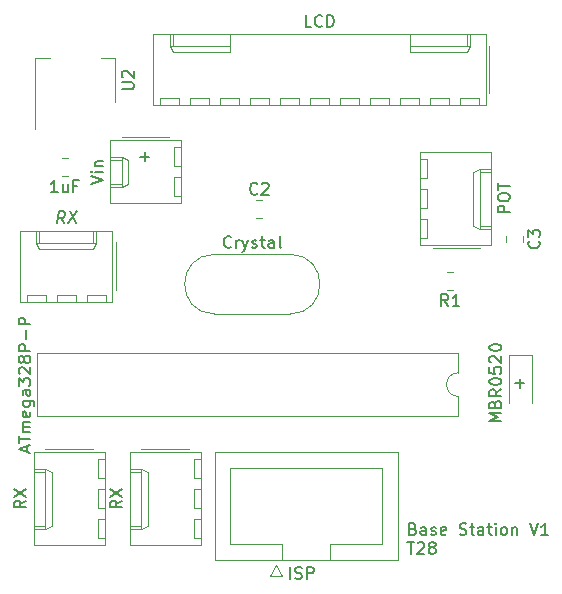
<source format=gbr>
%TF.GenerationSoftware,KiCad,Pcbnew,7.0.7*%
%TF.CreationDate,2023-10-31T12:47:44-05:00*%
%TF.ProjectId,445_project,3434355f-7072-46f6-9a65-63742e6b6963,rev?*%
%TF.SameCoordinates,Original*%
%TF.FileFunction,Legend,Top*%
%TF.FilePolarity,Positive*%
%FSLAX46Y46*%
G04 Gerber Fmt 4.6, Leading zero omitted, Abs format (unit mm)*
G04 Created by KiCad (PCBNEW 7.0.7) date 2023-10-31 12:47:44*
%MOMM*%
%LPD*%
G01*
G04 APERTURE LIST*
%ADD10C,0.150000*%
%ADD11C,0.120000*%
G04 APERTURE END LIST*
D10*
X87030112Y-139468009D02*
X87172969Y-139515628D01*
X87172969Y-139515628D02*
X87220588Y-139563247D01*
X87220588Y-139563247D02*
X87268207Y-139658485D01*
X87268207Y-139658485D02*
X87268207Y-139801342D01*
X87268207Y-139801342D02*
X87220588Y-139896580D01*
X87220588Y-139896580D02*
X87172969Y-139944200D01*
X87172969Y-139944200D02*
X87077731Y-139991819D01*
X87077731Y-139991819D02*
X86696779Y-139991819D01*
X86696779Y-139991819D02*
X86696779Y-138991819D01*
X86696779Y-138991819D02*
X87030112Y-138991819D01*
X87030112Y-138991819D02*
X87125350Y-139039438D01*
X87125350Y-139039438D02*
X87172969Y-139087057D01*
X87172969Y-139087057D02*
X87220588Y-139182295D01*
X87220588Y-139182295D02*
X87220588Y-139277533D01*
X87220588Y-139277533D02*
X87172969Y-139372771D01*
X87172969Y-139372771D02*
X87125350Y-139420390D01*
X87125350Y-139420390D02*
X87030112Y-139468009D01*
X87030112Y-139468009D02*
X86696779Y-139468009D01*
X88125350Y-139991819D02*
X88125350Y-139468009D01*
X88125350Y-139468009D02*
X88077731Y-139372771D01*
X88077731Y-139372771D02*
X87982493Y-139325152D01*
X87982493Y-139325152D02*
X87792017Y-139325152D01*
X87792017Y-139325152D02*
X87696779Y-139372771D01*
X88125350Y-139944200D02*
X88030112Y-139991819D01*
X88030112Y-139991819D02*
X87792017Y-139991819D01*
X87792017Y-139991819D02*
X87696779Y-139944200D01*
X87696779Y-139944200D02*
X87649160Y-139848961D01*
X87649160Y-139848961D02*
X87649160Y-139753723D01*
X87649160Y-139753723D02*
X87696779Y-139658485D01*
X87696779Y-139658485D02*
X87792017Y-139610866D01*
X87792017Y-139610866D02*
X88030112Y-139610866D01*
X88030112Y-139610866D02*
X88125350Y-139563247D01*
X88553922Y-139944200D02*
X88649160Y-139991819D01*
X88649160Y-139991819D02*
X88839636Y-139991819D01*
X88839636Y-139991819D02*
X88934874Y-139944200D01*
X88934874Y-139944200D02*
X88982493Y-139848961D01*
X88982493Y-139848961D02*
X88982493Y-139801342D01*
X88982493Y-139801342D02*
X88934874Y-139706104D01*
X88934874Y-139706104D02*
X88839636Y-139658485D01*
X88839636Y-139658485D02*
X88696779Y-139658485D01*
X88696779Y-139658485D02*
X88601541Y-139610866D01*
X88601541Y-139610866D02*
X88553922Y-139515628D01*
X88553922Y-139515628D02*
X88553922Y-139468009D01*
X88553922Y-139468009D02*
X88601541Y-139372771D01*
X88601541Y-139372771D02*
X88696779Y-139325152D01*
X88696779Y-139325152D02*
X88839636Y-139325152D01*
X88839636Y-139325152D02*
X88934874Y-139372771D01*
X89792017Y-139944200D02*
X89696779Y-139991819D01*
X89696779Y-139991819D02*
X89506303Y-139991819D01*
X89506303Y-139991819D02*
X89411065Y-139944200D01*
X89411065Y-139944200D02*
X89363446Y-139848961D01*
X89363446Y-139848961D02*
X89363446Y-139468009D01*
X89363446Y-139468009D02*
X89411065Y-139372771D01*
X89411065Y-139372771D02*
X89506303Y-139325152D01*
X89506303Y-139325152D02*
X89696779Y-139325152D01*
X89696779Y-139325152D02*
X89792017Y-139372771D01*
X89792017Y-139372771D02*
X89839636Y-139468009D01*
X89839636Y-139468009D02*
X89839636Y-139563247D01*
X89839636Y-139563247D02*
X89363446Y-139658485D01*
X90982494Y-139944200D02*
X91125351Y-139991819D01*
X91125351Y-139991819D02*
X91363446Y-139991819D01*
X91363446Y-139991819D02*
X91458684Y-139944200D01*
X91458684Y-139944200D02*
X91506303Y-139896580D01*
X91506303Y-139896580D02*
X91553922Y-139801342D01*
X91553922Y-139801342D02*
X91553922Y-139706104D01*
X91553922Y-139706104D02*
X91506303Y-139610866D01*
X91506303Y-139610866D02*
X91458684Y-139563247D01*
X91458684Y-139563247D02*
X91363446Y-139515628D01*
X91363446Y-139515628D02*
X91172970Y-139468009D01*
X91172970Y-139468009D02*
X91077732Y-139420390D01*
X91077732Y-139420390D02*
X91030113Y-139372771D01*
X91030113Y-139372771D02*
X90982494Y-139277533D01*
X90982494Y-139277533D02*
X90982494Y-139182295D01*
X90982494Y-139182295D02*
X91030113Y-139087057D01*
X91030113Y-139087057D02*
X91077732Y-139039438D01*
X91077732Y-139039438D02*
X91172970Y-138991819D01*
X91172970Y-138991819D02*
X91411065Y-138991819D01*
X91411065Y-138991819D02*
X91553922Y-139039438D01*
X91839637Y-139325152D02*
X92220589Y-139325152D01*
X91982494Y-138991819D02*
X91982494Y-139848961D01*
X91982494Y-139848961D02*
X92030113Y-139944200D01*
X92030113Y-139944200D02*
X92125351Y-139991819D01*
X92125351Y-139991819D02*
X92220589Y-139991819D01*
X92982494Y-139991819D02*
X92982494Y-139468009D01*
X92982494Y-139468009D02*
X92934875Y-139372771D01*
X92934875Y-139372771D02*
X92839637Y-139325152D01*
X92839637Y-139325152D02*
X92649161Y-139325152D01*
X92649161Y-139325152D02*
X92553923Y-139372771D01*
X92982494Y-139944200D02*
X92887256Y-139991819D01*
X92887256Y-139991819D02*
X92649161Y-139991819D01*
X92649161Y-139991819D02*
X92553923Y-139944200D01*
X92553923Y-139944200D02*
X92506304Y-139848961D01*
X92506304Y-139848961D02*
X92506304Y-139753723D01*
X92506304Y-139753723D02*
X92553923Y-139658485D01*
X92553923Y-139658485D02*
X92649161Y-139610866D01*
X92649161Y-139610866D02*
X92887256Y-139610866D01*
X92887256Y-139610866D02*
X92982494Y-139563247D01*
X93315828Y-139325152D02*
X93696780Y-139325152D01*
X93458685Y-138991819D02*
X93458685Y-139848961D01*
X93458685Y-139848961D02*
X93506304Y-139944200D01*
X93506304Y-139944200D02*
X93601542Y-139991819D01*
X93601542Y-139991819D02*
X93696780Y-139991819D01*
X94030114Y-139991819D02*
X94030114Y-139325152D01*
X94030114Y-138991819D02*
X93982495Y-139039438D01*
X93982495Y-139039438D02*
X94030114Y-139087057D01*
X94030114Y-139087057D02*
X94077733Y-139039438D01*
X94077733Y-139039438D02*
X94030114Y-138991819D01*
X94030114Y-138991819D02*
X94030114Y-139087057D01*
X94649161Y-139991819D02*
X94553923Y-139944200D01*
X94553923Y-139944200D02*
X94506304Y-139896580D01*
X94506304Y-139896580D02*
X94458685Y-139801342D01*
X94458685Y-139801342D02*
X94458685Y-139515628D01*
X94458685Y-139515628D02*
X94506304Y-139420390D01*
X94506304Y-139420390D02*
X94553923Y-139372771D01*
X94553923Y-139372771D02*
X94649161Y-139325152D01*
X94649161Y-139325152D02*
X94792018Y-139325152D01*
X94792018Y-139325152D02*
X94887256Y-139372771D01*
X94887256Y-139372771D02*
X94934875Y-139420390D01*
X94934875Y-139420390D02*
X94982494Y-139515628D01*
X94982494Y-139515628D02*
X94982494Y-139801342D01*
X94982494Y-139801342D02*
X94934875Y-139896580D01*
X94934875Y-139896580D02*
X94887256Y-139944200D01*
X94887256Y-139944200D02*
X94792018Y-139991819D01*
X94792018Y-139991819D02*
X94649161Y-139991819D01*
X95411066Y-139325152D02*
X95411066Y-139991819D01*
X95411066Y-139420390D02*
X95458685Y-139372771D01*
X95458685Y-139372771D02*
X95553923Y-139325152D01*
X95553923Y-139325152D02*
X95696780Y-139325152D01*
X95696780Y-139325152D02*
X95792018Y-139372771D01*
X95792018Y-139372771D02*
X95839637Y-139468009D01*
X95839637Y-139468009D02*
X95839637Y-139991819D01*
X96934876Y-138991819D02*
X97268209Y-139991819D01*
X97268209Y-139991819D02*
X97601542Y-138991819D01*
X98458685Y-139991819D02*
X97887257Y-139991819D01*
X98172971Y-139991819D02*
X98172971Y-138991819D01*
X98172971Y-138991819D02*
X98077733Y-139134676D01*
X98077733Y-139134676D02*
X97982495Y-139229914D01*
X97982495Y-139229914D02*
X97887257Y-139277533D01*
X86553922Y-140601819D02*
X87125350Y-140601819D01*
X86839636Y-141601819D02*
X86839636Y-140601819D01*
X87411065Y-140697057D02*
X87458684Y-140649438D01*
X87458684Y-140649438D02*
X87553922Y-140601819D01*
X87553922Y-140601819D02*
X87792017Y-140601819D01*
X87792017Y-140601819D02*
X87887255Y-140649438D01*
X87887255Y-140649438D02*
X87934874Y-140697057D01*
X87934874Y-140697057D02*
X87982493Y-140792295D01*
X87982493Y-140792295D02*
X87982493Y-140887533D01*
X87982493Y-140887533D02*
X87934874Y-141030390D01*
X87934874Y-141030390D02*
X87363446Y-141601819D01*
X87363446Y-141601819D02*
X87982493Y-141601819D01*
X88553922Y-141030390D02*
X88458684Y-140982771D01*
X88458684Y-140982771D02*
X88411065Y-140935152D01*
X88411065Y-140935152D02*
X88363446Y-140839914D01*
X88363446Y-140839914D02*
X88363446Y-140792295D01*
X88363446Y-140792295D02*
X88411065Y-140697057D01*
X88411065Y-140697057D02*
X88458684Y-140649438D01*
X88458684Y-140649438D02*
X88553922Y-140601819D01*
X88553922Y-140601819D02*
X88744398Y-140601819D01*
X88744398Y-140601819D02*
X88839636Y-140649438D01*
X88839636Y-140649438D02*
X88887255Y-140697057D01*
X88887255Y-140697057D02*
X88934874Y-140792295D01*
X88934874Y-140792295D02*
X88934874Y-140839914D01*
X88934874Y-140839914D02*
X88887255Y-140935152D01*
X88887255Y-140935152D02*
X88839636Y-140982771D01*
X88839636Y-140982771D02*
X88744398Y-141030390D01*
X88744398Y-141030390D02*
X88553922Y-141030390D01*
X88553922Y-141030390D02*
X88458684Y-141078009D01*
X88458684Y-141078009D02*
X88411065Y-141125628D01*
X88411065Y-141125628D02*
X88363446Y-141220866D01*
X88363446Y-141220866D02*
X88363446Y-141411342D01*
X88363446Y-141411342D02*
X88411065Y-141506580D01*
X88411065Y-141506580D02*
X88458684Y-141554200D01*
X88458684Y-141554200D02*
X88553922Y-141601819D01*
X88553922Y-141601819D02*
X88744398Y-141601819D01*
X88744398Y-141601819D02*
X88839636Y-141554200D01*
X88839636Y-141554200D02*
X88887255Y-141506580D01*
X88887255Y-141506580D02*
X88934874Y-141411342D01*
X88934874Y-141411342D02*
X88934874Y-141220866D01*
X88934874Y-141220866D02*
X88887255Y-141125628D01*
X88887255Y-141125628D02*
X88839636Y-141078009D01*
X88839636Y-141078009D02*
X88744398Y-141030390D01*
X59763819Y-110243808D02*
X60763819Y-109910475D01*
X60763819Y-109910475D02*
X59763819Y-109577142D01*
X60763819Y-109243808D02*
X60097152Y-109243808D01*
X59763819Y-109243808D02*
X59811438Y-109291427D01*
X59811438Y-109291427D02*
X59859057Y-109243808D01*
X59859057Y-109243808D02*
X59811438Y-109196189D01*
X59811438Y-109196189D02*
X59763819Y-109243808D01*
X59763819Y-109243808D02*
X59859057Y-109243808D01*
X60097152Y-108767618D02*
X60763819Y-108767618D01*
X60192390Y-108767618D02*
X60144771Y-108719999D01*
X60144771Y-108719999D02*
X60097152Y-108624761D01*
X60097152Y-108624761D02*
X60097152Y-108481904D01*
X60097152Y-108481904D02*
X60144771Y-108386666D01*
X60144771Y-108386666D02*
X60240009Y-108339047D01*
X60240009Y-108339047D02*
X60763819Y-108339047D01*
X64315133Y-107569048D02*
X64315133Y-108330953D01*
X63934180Y-107950000D02*
X64696085Y-107950000D01*
X64315133Y-107569048D02*
X64315133Y-108330953D01*
X95212819Y-112672666D02*
X94212819Y-112672666D01*
X94212819Y-112672666D02*
X94212819Y-112291714D01*
X94212819Y-112291714D02*
X94260438Y-112196476D01*
X94260438Y-112196476D02*
X94308057Y-112148857D01*
X94308057Y-112148857D02*
X94403295Y-112101238D01*
X94403295Y-112101238D02*
X94546152Y-112101238D01*
X94546152Y-112101238D02*
X94641390Y-112148857D01*
X94641390Y-112148857D02*
X94689009Y-112196476D01*
X94689009Y-112196476D02*
X94736628Y-112291714D01*
X94736628Y-112291714D02*
X94736628Y-112672666D01*
X94212819Y-111482190D02*
X94212819Y-111291714D01*
X94212819Y-111291714D02*
X94260438Y-111196476D01*
X94260438Y-111196476D02*
X94355676Y-111101238D01*
X94355676Y-111101238D02*
X94546152Y-111053619D01*
X94546152Y-111053619D02*
X94879485Y-111053619D01*
X94879485Y-111053619D02*
X95069961Y-111101238D01*
X95069961Y-111101238D02*
X95165200Y-111196476D01*
X95165200Y-111196476D02*
X95212819Y-111291714D01*
X95212819Y-111291714D02*
X95212819Y-111482190D01*
X95212819Y-111482190D02*
X95165200Y-111577428D01*
X95165200Y-111577428D02*
X95069961Y-111672666D01*
X95069961Y-111672666D02*
X94879485Y-111720285D01*
X94879485Y-111720285D02*
X94546152Y-111720285D01*
X94546152Y-111720285D02*
X94355676Y-111672666D01*
X94355676Y-111672666D02*
X94260438Y-111577428D01*
X94260438Y-111577428D02*
X94212819Y-111482190D01*
X94212819Y-110767904D02*
X94212819Y-110196476D01*
X95212819Y-110482190D02*
X94212819Y-110482190D01*
X97670580Y-115101666D02*
X97718200Y-115149285D01*
X97718200Y-115149285D02*
X97765819Y-115292142D01*
X97765819Y-115292142D02*
X97765819Y-115387380D01*
X97765819Y-115387380D02*
X97718200Y-115530237D01*
X97718200Y-115530237D02*
X97622961Y-115625475D01*
X97622961Y-115625475D02*
X97527723Y-115673094D01*
X97527723Y-115673094D02*
X97337247Y-115720713D01*
X97337247Y-115720713D02*
X97194390Y-115720713D01*
X97194390Y-115720713D02*
X97003914Y-115673094D01*
X97003914Y-115673094D02*
X96908676Y-115625475D01*
X96908676Y-115625475D02*
X96813438Y-115530237D01*
X96813438Y-115530237D02*
X96765819Y-115387380D01*
X96765819Y-115387380D02*
X96765819Y-115292142D01*
X96765819Y-115292142D02*
X96813438Y-115149285D01*
X96813438Y-115149285D02*
X96861057Y-115101666D01*
X96765819Y-114768332D02*
X96765819Y-114149285D01*
X96765819Y-114149285D02*
X97146771Y-114482618D01*
X97146771Y-114482618D02*
X97146771Y-114339761D01*
X97146771Y-114339761D02*
X97194390Y-114244523D01*
X97194390Y-114244523D02*
X97242009Y-114196904D01*
X97242009Y-114196904D02*
X97337247Y-114149285D01*
X97337247Y-114149285D02*
X97575342Y-114149285D01*
X97575342Y-114149285D02*
X97670580Y-114196904D01*
X97670580Y-114196904D02*
X97718200Y-114244523D01*
X97718200Y-114244523D02*
X97765819Y-114339761D01*
X97765819Y-114339761D02*
X97765819Y-114625475D01*
X97765819Y-114625475D02*
X97718200Y-114720713D01*
X97718200Y-114720713D02*
X97670580Y-114768332D01*
X62374819Y-102234904D02*
X63184342Y-102234904D01*
X63184342Y-102234904D02*
X63279580Y-102187285D01*
X63279580Y-102187285D02*
X63327200Y-102139666D01*
X63327200Y-102139666D02*
X63374819Y-102044428D01*
X63374819Y-102044428D02*
X63374819Y-101853952D01*
X63374819Y-101853952D02*
X63327200Y-101758714D01*
X63327200Y-101758714D02*
X63279580Y-101711095D01*
X63279580Y-101711095D02*
X63184342Y-101663476D01*
X63184342Y-101663476D02*
X62374819Y-101663476D01*
X62470057Y-101234904D02*
X62422438Y-101187285D01*
X62422438Y-101187285D02*
X62374819Y-101092047D01*
X62374819Y-101092047D02*
X62374819Y-100853952D01*
X62374819Y-100853952D02*
X62422438Y-100758714D01*
X62422438Y-100758714D02*
X62470057Y-100711095D01*
X62470057Y-100711095D02*
X62565295Y-100663476D01*
X62565295Y-100663476D02*
X62660533Y-100663476D01*
X62660533Y-100663476D02*
X62803390Y-100711095D01*
X62803390Y-100711095D02*
X63374819Y-101282523D01*
X63374819Y-101282523D02*
X63374819Y-100663476D01*
X54354104Y-132920666D02*
X54354104Y-132444476D01*
X54639819Y-133015904D02*
X53639819Y-132682571D01*
X53639819Y-132682571D02*
X54639819Y-132349238D01*
X53639819Y-132158761D02*
X53639819Y-131587333D01*
X54639819Y-131873047D02*
X53639819Y-131873047D01*
X54639819Y-131253999D02*
X53973152Y-131253999D01*
X54068390Y-131253999D02*
X54020771Y-131206380D01*
X54020771Y-131206380D02*
X53973152Y-131111142D01*
X53973152Y-131111142D02*
X53973152Y-130968285D01*
X53973152Y-130968285D02*
X54020771Y-130873047D01*
X54020771Y-130873047D02*
X54116009Y-130825428D01*
X54116009Y-130825428D02*
X54639819Y-130825428D01*
X54116009Y-130825428D02*
X54020771Y-130777809D01*
X54020771Y-130777809D02*
X53973152Y-130682571D01*
X53973152Y-130682571D02*
X53973152Y-130539714D01*
X53973152Y-130539714D02*
X54020771Y-130444475D01*
X54020771Y-130444475D02*
X54116009Y-130396856D01*
X54116009Y-130396856D02*
X54639819Y-130396856D01*
X54592200Y-129539714D02*
X54639819Y-129634952D01*
X54639819Y-129634952D02*
X54639819Y-129825428D01*
X54639819Y-129825428D02*
X54592200Y-129920666D01*
X54592200Y-129920666D02*
X54496961Y-129968285D01*
X54496961Y-129968285D02*
X54116009Y-129968285D01*
X54116009Y-129968285D02*
X54020771Y-129920666D01*
X54020771Y-129920666D02*
X53973152Y-129825428D01*
X53973152Y-129825428D02*
X53973152Y-129634952D01*
X53973152Y-129634952D02*
X54020771Y-129539714D01*
X54020771Y-129539714D02*
X54116009Y-129492095D01*
X54116009Y-129492095D02*
X54211247Y-129492095D01*
X54211247Y-129492095D02*
X54306485Y-129968285D01*
X53973152Y-128634952D02*
X54782676Y-128634952D01*
X54782676Y-128634952D02*
X54877914Y-128682571D01*
X54877914Y-128682571D02*
X54925533Y-128730190D01*
X54925533Y-128730190D02*
X54973152Y-128825428D01*
X54973152Y-128825428D02*
X54973152Y-128968285D01*
X54973152Y-128968285D02*
X54925533Y-129063523D01*
X54592200Y-128634952D02*
X54639819Y-128730190D01*
X54639819Y-128730190D02*
X54639819Y-128920666D01*
X54639819Y-128920666D02*
X54592200Y-129015904D01*
X54592200Y-129015904D02*
X54544580Y-129063523D01*
X54544580Y-129063523D02*
X54449342Y-129111142D01*
X54449342Y-129111142D02*
X54163628Y-129111142D01*
X54163628Y-129111142D02*
X54068390Y-129063523D01*
X54068390Y-129063523D02*
X54020771Y-129015904D01*
X54020771Y-129015904D02*
X53973152Y-128920666D01*
X53973152Y-128920666D02*
X53973152Y-128730190D01*
X53973152Y-128730190D02*
X54020771Y-128634952D01*
X54639819Y-127730190D02*
X54116009Y-127730190D01*
X54116009Y-127730190D02*
X54020771Y-127777809D01*
X54020771Y-127777809D02*
X53973152Y-127873047D01*
X53973152Y-127873047D02*
X53973152Y-128063523D01*
X53973152Y-128063523D02*
X54020771Y-128158761D01*
X54592200Y-127730190D02*
X54639819Y-127825428D01*
X54639819Y-127825428D02*
X54639819Y-128063523D01*
X54639819Y-128063523D02*
X54592200Y-128158761D01*
X54592200Y-128158761D02*
X54496961Y-128206380D01*
X54496961Y-128206380D02*
X54401723Y-128206380D01*
X54401723Y-128206380D02*
X54306485Y-128158761D01*
X54306485Y-128158761D02*
X54258866Y-128063523D01*
X54258866Y-128063523D02*
X54258866Y-127825428D01*
X54258866Y-127825428D02*
X54211247Y-127730190D01*
X53639819Y-127349237D02*
X53639819Y-126730190D01*
X53639819Y-126730190D02*
X54020771Y-127063523D01*
X54020771Y-127063523D02*
X54020771Y-126920666D01*
X54020771Y-126920666D02*
X54068390Y-126825428D01*
X54068390Y-126825428D02*
X54116009Y-126777809D01*
X54116009Y-126777809D02*
X54211247Y-126730190D01*
X54211247Y-126730190D02*
X54449342Y-126730190D01*
X54449342Y-126730190D02*
X54544580Y-126777809D01*
X54544580Y-126777809D02*
X54592200Y-126825428D01*
X54592200Y-126825428D02*
X54639819Y-126920666D01*
X54639819Y-126920666D02*
X54639819Y-127206380D01*
X54639819Y-127206380D02*
X54592200Y-127301618D01*
X54592200Y-127301618D02*
X54544580Y-127349237D01*
X53735057Y-126349237D02*
X53687438Y-126301618D01*
X53687438Y-126301618D02*
X53639819Y-126206380D01*
X53639819Y-126206380D02*
X53639819Y-125968285D01*
X53639819Y-125968285D02*
X53687438Y-125873047D01*
X53687438Y-125873047D02*
X53735057Y-125825428D01*
X53735057Y-125825428D02*
X53830295Y-125777809D01*
X53830295Y-125777809D02*
X53925533Y-125777809D01*
X53925533Y-125777809D02*
X54068390Y-125825428D01*
X54068390Y-125825428D02*
X54639819Y-126396856D01*
X54639819Y-126396856D02*
X54639819Y-125777809D01*
X54068390Y-125206380D02*
X54020771Y-125301618D01*
X54020771Y-125301618D02*
X53973152Y-125349237D01*
X53973152Y-125349237D02*
X53877914Y-125396856D01*
X53877914Y-125396856D02*
X53830295Y-125396856D01*
X53830295Y-125396856D02*
X53735057Y-125349237D01*
X53735057Y-125349237D02*
X53687438Y-125301618D01*
X53687438Y-125301618D02*
X53639819Y-125206380D01*
X53639819Y-125206380D02*
X53639819Y-125015904D01*
X53639819Y-125015904D02*
X53687438Y-124920666D01*
X53687438Y-124920666D02*
X53735057Y-124873047D01*
X53735057Y-124873047D02*
X53830295Y-124825428D01*
X53830295Y-124825428D02*
X53877914Y-124825428D01*
X53877914Y-124825428D02*
X53973152Y-124873047D01*
X53973152Y-124873047D02*
X54020771Y-124920666D01*
X54020771Y-124920666D02*
X54068390Y-125015904D01*
X54068390Y-125015904D02*
X54068390Y-125206380D01*
X54068390Y-125206380D02*
X54116009Y-125301618D01*
X54116009Y-125301618D02*
X54163628Y-125349237D01*
X54163628Y-125349237D02*
X54258866Y-125396856D01*
X54258866Y-125396856D02*
X54449342Y-125396856D01*
X54449342Y-125396856D02*
X54544580Y-125349237D01*
X54544580Y-125349237D02*
X54592200Y-125301618D01*
X54592200Y-125301618D02*
X54639819Y-125206380D01*
X54639819Y-125206380D02*
X54639819Y-125015904D01*
X54639819Y-125015904D02*
X54592200Y-124920666D01*
X54592200Y-124920666D02*
X54544580Y-124873047D01*
X54544580Y-124873047D02*
X54449342Y-124825428D01*
X54449342Y-124825428D02*
X54258866Y-124825428D01*
X54258866Y-124825428D02*
X54163628Y-124873047D01*
X54163628Y-124873047D02*
X54116009Y-124920666D01*
X54116009Y-124920666D02*
X54068390Y-125015904D01*
X54639819Y-124396856D02*
X53639819Y-124396856D01*
X53639819Y-124396856D02*
X53639819Y-124015904D01*
X53639819Y-124015904D02*
X53687438Y-123920666D01*
X53687438Y-123920666D02*
X53735057Y-123873047D01*
X53735057Y-123873047D02*
X53830295Y-123825428D01*
X53830295Y-123825428D02*
X53973152Y-123825428D01*
X53973152Y-123825428D02*
X54068390Y-123873047D01*
X54068390Y-123873047D02*
X54116009Y-123920666D01*
X54116009Y-123920666D02*
X54163628Y-124015904D01*
X54163628Y-124015904D02*
X54163628Y-124396856D01*
X54258866Y-123396856D02*
X54258866Y-122634952D01*
X54639819Y-122158761D02*
X53639819Y-122158761D01*
X53639819Y-122158761D02*
X53639819Y-121777809D01*
X53639819Y-121777809D02*
X53687438Y-121682571D01*
X53687438Y-121682571D02*
X53735057Y-121634952D01*
X53735057Y-121634952D02*
X53830295Y-121587333D01*
X53830295Y-121587333D02*
X53973152Y-121587333D01*
X53973152Y-121587333D02*
X54068390Y-121634952D01*
X54068390Y-121634952D02*
X54116009Y-121682571D01*
X54116009Y-121682571D02*
X54163628Y-121777809D01*
X54163628Y-121777809D02*
X54163628Y-122158761D01*
X71630284Y-115579580D02*
X71582665Y-115627200D01*
X71582665Y-115627200D02*
X71439808Y-115674819D01*
X71439808Y-115674819D02*
X71344570Y-115674819D01*
X71344570Y-115674819D02*
X71201713Y-115627200D01*
X71201713Y-115627200D02*
X71106475Y-115531961D01*
X71106475Y-115531961D02*
X71058856Y-115436723D01*
X71058856Y-115436723D02*
X71011237Y-115246247D01*
X71011237Y-115246247D02*
X71011237Y-115103390D01*
X71011237Y-115103390D02*
X71058856Y-114912914D01*
X71058856Y-114912914D02*
X71106475Y-114817676D01*
X71106475Y-114817676D02*
X71201713Y-114722438D01*
X71201713Y-114722438D02*
X71344570Y-114674819D01*
X71344570Y-114674819D02*
X71439808Y-114674819D01*
X71439808Y-114674819D02*
X71582665Y-114722438D01*
X71582665Y-114722438D02*
X71630284Y-114770057D01*
X72058856Y-115674819D02*
X72058856Y-115008152D01*
X72058856Y-115198628D02*
X72106475Y-115103390D01*
X72106475Y-115103390D02*
X72154094Y-115055771D01*
X72154094Y-115055771D02*
X72249332Y-115008152D01*
X72249332Y-115008152D02*
X72344570Y-115008152D01*
X72582666Y-115008152D02*
X72820761Y-115674819D01*
X73058856Y-115008152D02*
X72820761Y-115674819D01*
X72820761Y-115674819D02*
X72725523Y-115912914D01*
X72725523Y-115912914D02*
X72677904Y-115960533D01*
X72677904Y-115960533D02*
X72582666Y-116008152D01*
X73392190Y-115627200D02*
X73487428Y-115674819D01*
X73487428Y-115674819D02*
X73677904Y-115674819D01*
X73677904Y-115674819D02*
X73773142Y-115627200D01*
X73773142Y-115627200D02*
X73820761Y-115531961D01*
X73820761Y-115531961D02*
X73820761Y-115484342D01*
X73820761Y-115484342D02*
X73773142Y-115389104D01*
X73773142Y-115389104D02*
X73677904Y-115341485D01*
X73677904Y-115341485D02*
X73535047Y-115341485D01*
X73535047Y-115341485D02*
X73439809Y-115293866D01*
X73439809Y-115293866D02*
X73392190Y-115198628D01*
X73392190Y-115198628D02*
X73392190Y-115151009D01*
X73392190Y-115151009D02*
X73439809Y-115055771D01*
X73439809Y-115055771D02*
X73535047Y-115008152D01*
X73535047Y-115008152D02*
X73677904Y-115008152D01*
X73677904Y-115008152D02*
X73773142Y-115055771D01*
X74106476Y-115008152D02*
X74487428Y-115008152D01*
X74249333Y-114674819D02*
X74249333Y-115531961D01*
X74249333Y-115531961D02*
X74296952Y-115627200D01*
X74296952Y-115627200D02*
X74392190Y-115674819D01*
X74392190Y-115674819D02*
X74487428Y-115674819D01*
X75249333Y-115674819D02*
X75249333Y-115151009D01*
X75249333Y-115151009D02*
X75201714Y-115055771D01*
X75201714Y-115055771D02*
X75106476Y-115008152D01*
X75106476Y-115008152D02*
X74916000Y-115008152D01*
X74916000Y-115008152D02*
X74820762Y-115055771D01*
X75249333Y-115627200D02*
X75154095Y-115674819D01*
X75154095Y-115674819D02*
X74916000Y-115674819D01*
X74916000Y-115674819D02*
X74820762Y-115627200D01*
X74820762Y-115627200D02*
X74773143Y-115531961D01*
X74773143Y-115531961D02*
X74773143Y-115436723D01*
X74773143Y-115436723D02*
X74820762Y-115341485D01*
X74820762Y-115341485D02*
X74916000Y-115293866D01*
X74916000Y-115293866D02*
X75154095Y-115293866D01*
X75154095Y-115293866D02*
X75249333Y-115246247D01*
X75868381Y-115674819D02*
X75773143Y-115627200D01*
X75773143Y-115627200D02*
X75725524Y-115531961D01*
X75725524Y-115531961D02*
X75725524Y-114674819D01*
X56935761Y-110973819D02*
X56364333Y-110973819D01*
X56650047Y-110973819D02*
X56650047Y-109973819D01*
X56650047Y-109973819D02*
X56554809Y-110116676D01*
X56554809Y-110116676D02*
X56459571Y-110211914D01*
X56459571Y-110211914D02*
X56364333Y-110259533D01*
X57792904Y-110307152D02*
X57792904Y-110973819D01*
X57364333Y-110307152D02*
X57364333Y-110830961D01*
X57364333Y-110830961D02*
X57411952Y-110926200D01*
X57411952Y-110926200D02*
X57507190Y-110973819D01*
X57507190Y-110973819D02*
X57650047Y-110973819D01*
X57650047Y-110973819D02*
X57745285Y-110926200D01*
X57745285Y-110926200D02*
X57792904Y-110878580D01*
X58602428Y-110450009D02*
X58269095Y-110450009D01*
X58269095Y-110973819D02*
X58269095Y-109973819D01*
X58269095Y-109973819D02*
X58745285Y-109973819D01*
X90003333Y-120595819D02*
X89670000Y-120119628D01*
X89431905Y-120595819D02*
X89431905Y-119595819D01*
X89431905Y-119595819D02*
X89812857Y-119595819D01*
X89812857Y-119595819D02*
X89908095Y-119643438D01*
X89908095Y-119643438D02*
X89955714Y-119691057D01*
X89955714Y-119691057D02*
X90003333Y-119786295D01*
X90003333Y-119786295D02*
X90003333Y-119929152D01*
X90003333Y-119929152D02*
X89955714Y-120024390D01*
X89955714Y-120024390D02*
X89908095Y-120072009D01*
X89908095Y-120072009D02*
X89812857Y-120119628D01*
X89812857Y-120119628D02*
X89431905Y-120119628D01*
X90955714Y-120595819D02*
X90384286Y-120595819D01*
X90670000Y-120595819D02*
X90670000Y-119595819D01*
X90670000Y-119595819D02*
X90574762Y-119738676D01*
X90574762Y-119738676D02*
X90479524Y-119833914D01*
X90479524Y-119833914D02*
X90384286Y-119881533D01*
X54266819Y-137072666D02*
X53790628Y-137405999D01*
X54266819Y-137644094D02*
X53266819Y-137644094D01*
X53266819Y-137644094D02*
X53266819Y-137263142D01*
X53266819Y-137263142D02*
X53314438Y-137167904D01*
X53314438Y-137167904D02*
X53362057Y-137120285D01*
X53362057Y-137120285D02*
X53457295Y-137072666D01*
X53457295Y-137072666D02*
X53600152Y-137072666D01*
X53600152Y-137072666D02*
X53695390Y-137120285D01*
X53695390Y-137120285D02*
X53743009Y-137167904D01*
X53743009Y-137167904D02*
X53790628Y-137263142D01*
X53790628Y-137263142D02*
X53790628Y-137644094D01*
X53266819Y-136739332D02*
X54266819Y-136072666D01*
X53266819Y-136072666D02*
X54266819Y-136739332D01*
X62394819Y-137072666D02*
X61918628Y-137405999D01*
X62394819Y-137644094D02*
X61394819Y-137644094D01*
X61394819Y-137644094D02*
X61394819Y-137263142D01*
X61394819Y-137263142D02*
X61442438Y-137167904D01*
X61442438Y-137167904D02*
X61490057Y-137120285D01*
X61490057Y-137120285D02*
X61585295Y-137072666D01*
X61585295Y-137072666D02*
X61728152Y-137072666D01*
X61728152Y-137072666D02*
X61823390Y-137120285D01*
X61823390Y-137120285D02*
X61871009Y-137167904D01*
X61871009Y-137167904D02*
X61918628Y-137263142D01*
X61918628Y-137263142D02*
X61918628Y-137644094D01*
X61394819Y-136739332D02*
X62394819Y-136072666D01*
X61394819Y-136072666D02*
X62394819Y-136739332D01*
X94493819Y-130365094D02*
X93493819Y-130365094D01*
X93493819Y-130365094D02*
X94208104Y-130031761D01*
X94208104Y-130031761D02*
X93493819Y-129698428D01*
X93493819Y-129698428D02*
X94493819Y-129698428D01*
X93970009Y-128888904D02*
X94017628Y-128746047D01*
X94017628Y-128746047D02*
X94065247Y-128698428D01*
X94065247Y-128698428D02*
X94160485Y-128650809D01*
X94160485Y-128650809D02*
X94303342Y-128650809D01*
X94303342Y-128650809D02*
X94398580Y-128698428D01*
X94398580Y-128698428D02*
X94446200Y-128746047D01*
X94446200Y-128746047D02*
X94493819Y-128841285D01*
X94493819Y-128841285D02*
X94493819Y-129222237D01*
X94493819Y-129222237D02*
X93493819Y-129222237D01*
X93493819Y-129222237D02*
X93493819Y-128888904D01*
X93493819Y-128888904D02*
X93541438Y-128793666D01*
X93541438Y-128793666D02*
X93589057Y-128746047D01*
X93589057Y-128746047D02*
X93684295Y-128698428D01*
X93684295Y-128698428D02*
X93779533Y-128698428D01*
X93779533Y-128698428D02*
X93874771Y-128746047D01*
X93874771Y-128746047D02*
X93922390Y-128793666D01*
X93922390Y-128793666D02*
X93970009Y-128888904D01*
X93970009Y-128888904D02*
X93970009Y-129222237D01*
X94493819Y-127650809D02*
X94017628Y-127984142D01*
X94493819Y-128222237D02*
X93493819Y-128222237D01*
X93493819Y-128222237D02*
X93493819Y-127841285D01*
X93493819Y-127841285D02*
X93541438Y-127746047D01*
X93541438Y-127746047D02*
X93589057Y-127698428D01*
X93589057Y-127698428D02*
X93684295Y-127650809D01*
X93684295Y-127650809D02*
X93827152Y-127650809D01*
X93827152Y-127650809D02*
X93922390Y-127698428D01*
X93922390Y-127698428D02*
X93970009Y-127746047D01*
X93970009Y-127746047D02*
X94017628Y-127841285D01*
X94017628Y-127841285D02*
X94017628Y-128222237D01*
X93493819Y-127031761D02*
X93493819Y-126936523D01*
X93493819Y-126936523D02*
X93541438Y-126841285D01*
X93541438Y-126841285D02*
X93589057Y-126793666D01*
X93589057Y-126793666D02*
X93684295Y-126746047D01*
X93684295Y-126746047D02*
X93874771Y-126698428D01*
X93874771Y-126698428D02*
X94112866Y-126698428D01*
X94112866Y-126698428D02*
X94303342Y-126746047D01*
X94303342Y-126746047D02*
X94398580Y-126793666D01*
X94398580Y-126793666D02*
X94446200Y-126841285D01*
X94446200Y-126841285D02*
X94493819Y-126936523D01*
X94493819Y-126936523D02*
X94493819Y-127031761D01*
X94493819Y-127031761D02*
X94446200Y-127126999D01*
X94446200Y-127126999D02*
X94398580Y-127174618D01*
X94398580Y-127174618D02*
X94303342Y-127222237D01*
X94303342Y-127222237D02*
X94112866Y-127269856D01*
X94112866Y-127269856D02*
X93874771Y-127269856D01*
X93874771Y-127269856D02*
X93684295Y-127222237D01*
X93684295Y-127222237D02*
X93589057Y-127174618D01*
X93589057Y-127174618D02*
X93541438Y-127126999D01*
X93541438Y-127126999D02*
X93493819Y-127031761D01*
X93493819Y-125793666D02*
X93493819Y-126269856D01*
X93493819Y-126269856D02*
X93970009Y-126317475D01*
X93970009Y-126317475D02*
X93922390Y-126269856D01*
X93922390Y-126269856D02*
X93874771Y-126174618D01*
X93874771Y-126174618D02*
X93874771Y-125936523D01*
X93874771Y-125936523D02*
X93922390Y-125841285D01*
X93922390Y-125841285D02*
X93970009Y-125793666D01*
X93970009Y-125793666D02*
X94065247Y-125746047D01*
X94065247Y-125746047D02*
X94303342Y-125746047D01*
X94303342Y-125746047D02*
X94398580Y-125793666D01*
X94398580Y-125793666D02*
X94446200Y-125841285D01*
X94446200Y-125841285D02*
X94493819Y-125936523D01*
X94493819Y-125936523D02*
X94493819Y-126174618D01*
X94493819Y-126174618D02*
X94446200Y-126269856D01*
X94446200Y-126269856D02*
X94398580Y-126317475D01*
X93589057Y-125365094D02*
X93541438Y-125317475D01*
X93541438Y-125317475D02*
X93493819Y-125222237D01*
X93493819Y-125222237D02*
X93493819Y-124984142D01*
X93493819Y-124984142D02*
X93541438Y-124888904D01*
X93541438Y-124888904D02*
X93589057Y-124841285D01*
X93589057Y-124841285D02*
X93684295Y-124793666D01*
X93684295Y-124793666D02*
X93779533Y-124793666D01*
X93779533Y-124793666D02*
X93922390Y-124841285D01*
X93922390Y-124841285D02*
X94493819Y-125412713D01*
X94493819Y-125412713D02*
X94493819Y-124793666D01*
X93493819Y-124174618D02*
X93493819Y-124079380D01*
X93493819Y-124079380D02*
X93541438Y-123984142D01*
X93541438Y-123984142D02*
X93589057Y-123936523D01*
X93589057Y-123936523D02*
X93684295Y-123888904D01*
X93684295Y-123888904D02*
X93874771Y-123841285D01*
X93874771Y-123841285D02*
X94112866Y-123841285D01*
X94112866Y-123841285D02*
X94303342Y-123888904D01*
X94303342Y-123888904D02*
X94398580Y-123936523D01*
X94398580Y-123936523D02*
X94446200Y-123984142D01*
X94446200Y-123984142D02*
X94493819Y-124079380D01*
X94493819Y-124079380D02*
X94493819Y-124174618D01*
X94493819Y-124174618D02*
X94446200Y-124269856D01*
X94446200Y-124269856D02*
X94398580Y-124317475D01*
X94398580Y-124317475D02*
X94303342Y-124365094D01*
X94303342Y-124365094D02*
X94112866Y-124412713D01*
X94112866Y-124412713D02*
X93874771Y-124412713D01*
X93874771Y-124412713D02*
X93684295Y-124365094D01*
X93684295Y-124365094D02*
X93589057Y-124317475D01*
X93589057Y-124317475D02*
X93541438Y-124269856D01*
X93541438Y-124269856D02*
X93493819Y-124174618D01*
X96065133Y-126746048D02*
X96065133Y-127507953D01*
X95684180Y-127127000D02*
X96446085Y-127127000D01*
X96065133Y-126746048D02*
X96065133Y-127507953D01*
X57485381Y-113595819D02*
X57211571Y-113119628D01*
X56913952Y-113595819D02*
X57038952Y-112595819D01*
X57038952Y-112595819D02*
X57419905Y-112595819D01*
X57419905Y-112595819D02*
X57509190Y-112643438D01*
X57509190Y-112643438D02*
X57550857Y-112691057D01*
X57550857Y-112691057D02*
X57586571Y-112786295D01*
X57586571Y-112786295D02*
X57568714Y-112929152D01*
X57568714Y-112929152D02*
X57509190Y-113024390D01*
X57509190Y-113024390D02*
X57455619Y-113072009D01*
X57455619Y-113072009D02*
X57354429Y-113119628D01*
X57354429Y-113119628D02*
X56973476Y-113119628D01*
X57943714Y-112595819D02*
X58485381Y-113595819D01*
X58610381Y-112595819D02*
X57818714Y-113595819D01*
X76620810Y-143710819D02*
X76620810Y-142710819D01*
X77049381Y-143663200D02*
X77192238Y-143710819D01*
X77192238Y-143710819D02*
X77430333Y-143710819D01*
X77430333Y-143710819D02*
X77525571Y-143663200D01*
X77525571Y-143663200D02*
X77573190Y-143615580D01*
X77573190Y-143615580D02*
X77620809Y-143520342D01*
X77620809Y-143520342D02*
X77620809Y-143425104D01*
X77620809Y-143425104D02*
X77573190Y-143329866D01*
X77573190Y-143329866D02*
X77525571Y-143282247D01*
X77525571Y-143282247D02*
X77430333Y-143234628D01*
X77430333Y-143234628D02*
X77239857Y-143187009D01*
X77239857Y-143187009D02*
X77144619Y-143139390D01*
X77144619Y-143139390D02*
X77097000Y-143091771D01*
X77097000Y-143091771D02*
X77049381Y-142996533D01*
X77049381Y-142996533D02*
X77049381Y-142901295D01*
X77049381Y-142901295D02*
X77097000Y-142806057D01*
X77097000Y-142806057D02*
X77144619Y-142758438D01*
X77144619Y-142758438D02*
X77239857Y-142710819D01*
X77239857Y-142710819D02*
X77477952Y-142710819D01*
X77477952Y-142710819D02*
X77620809Y-142758438D01*
X78049381Y-143710819D02*
X78049381Y-142710819D01*
X78049381Y-142710819D02*
X78430333Y-142710819D01*
X78430333Y-142710819D02*
X78525571Y-142758438D01*
X78525571Y-142758438D02*
X78573190Y-142806057D01*
X78573190Y-142806057D02*
X78620809Y-142901295D01*
X78620809Y-142901295D02*
X78620809Y-143044152D01*
X78620809Y-143044152D02*
X78573190Y-143139390D01*
X78573190Y-143139390D02*
X78525571Y-143187009D01*
X78525571Y-143187009D02*
X78430333Y-143234628D01*
X78430333Y-143234628D02*
X78049381Y-143234628D01*
X78430523Y-96958819D02*
X77954333Y-96958819D01*
X77954333Y-96958819D02*
X77954333Y-95958819D01*
X79335285Y-96863580D02*
X79287666Y-96911200D01*
X79287666Y-96911200D02*
X79144809Y-96958819D01*
X79144809Y-96958819D02*
X79049571Y-96958819D01*
X79049571Y-96958819D02*
X78906714Y-96911200D01*
X78906714Y-96911200D02*
X78811476Y-96815961D01*
X78811476Y-96815961D02*
X78763857Y-96720723D01*
X78763857Y-96720723D02*
X78716238Y-96530247D01*
X78716238Y-96530247D02*
X78716238Y-96387390D01*
X78716238Y-96387390D02*
X78763857Y-96196914D01*
X78763857Y-96196914D02*
X78811476Y-96101676D01*
X78811476Y-96101676D02*
X78906714Y-96006438D01*
X78906714Y-96006438D02*
X79049571Y-95958819D01*
X79049571Y-95958819D02*
X79144809Y-95958819D01*
X79144809Y-95958819D02*
X79287666Y-96006438D01*
X79287666Y-96006438D02*
X79335285Y-96054057D01*
X79763857Y-96958819D02*
X79763857Y-95958819D01*
X79763857Y-95958819D02*
X80001952Y-95958819D01*
X80001952Y-95958819D02*
X80144809Y-96006438D01*
X80144809Y-96006438D02*
X80240047Y-96101676D01*
X80240047Y-96101676D02*
X80287666Y-96196914D01*
X80287666Y-96196914D02*
X80335285Y-96387390D01*
X80335285Y-96387390D02*
X80335285Y-96530247D01*
X80335285Y-96530247D02*
X80287666Y-96720723D01*
X80287666Y-96720723D02*
X80240047Y-96815961D01*
X80240047Y-96815961D02*
X80144809Y-96911200D01*
X80144809Y-96911200D02*
X80001952Y-96958819D01*
X80001952Y-96958819D02*
X79763857Y-96958819D01*
X73852833Y-111074580D02*
X73805214Y-111122200D01*
X73805214Y-111122200D02*
X73662357Y-111169819D01*
X73662357Y-111169819D02*
X73567119Y-111169819D01*
X73567119Y-111169819D02*
X73424262Y-111122200D01*
X73424262Y-111122200D02*
X73329024Y-111026961D01*
X73329024Y-111026961D02*
X73281405Y-110931723D01*
X73281405Y-110931723D02*
X73233786Y-110741247D01*
X73233786Y-110741247D02*
X73233786Y-110598390D01*
X73233786Y-110598390D02*
X73281405Y-110407914D01*
X73281405Y-110407914D02*
X73329024Y-110312676D01*
X73329024Y-110312676D02*
X73424262Y-110217438D01*
X73424262Y-110217438D02*
X73567119Y-110169819D01*
X73567119Y-110169819D02*
X73662357Y-110169819D01*
X73662357Y-110169819D02*
X73805214Y-110217438D01*
X73805214Y-110217438D02*
X73852833Y-110265057D01*
X74233786Y-110265057D02*
X74281405Y-110217438D01*
X74281405Y-110217438D02*
X74376643Y-110169819D01*
X74376643Y-110169819D02*
X74614738Y-110169819D01*
X74614738Y-110169819D02*
X74709976Y-110217438D01*
X74709976Y-110217438D02*
X74757595Y-110265057D01*
X74757595Y-110265057D02*
X74805214Y-110360295D01*
X74805214Y-110360295D02*
X74805214Y-110455533D01*
X74805214Y-110455533D02*
X74757595Y-110598390D01*
X74757595Y-110598390D02*
X74186167Y-111169819D01*
X74186167Y-111169819D02*
X74805214Y-111169819D01*
D11*
%TO.C,J1*%
X66389000Y-106280000D02*
X62389000Y-106280000D01*
X67419000Y-106570000D02*
X61399000Y-106570000D01*
X61399000Y-106570000D02*
X61399000Y-111870000D01*
X67419000Y-107150000D02*
X66819000Y-107150000D01*
X66819000Y-107150000D02*
X66819000Y-108750000D01*
X62399000Y-107950000D02*
X62929000Y-108200000D01*
X62399000Y-107950000D02*
X62399000Y-110490000D01*
X61399000Y-107950000D02*
X62399000Y-107950000D01*
X62929000Y-108200000D02*
X62929000Y-110240000D01*
X61399000Y-108200000D02*
X62399000Y-108200000D01*
X66819000Y-108750000D02*
X67419000Y-108750000D01*
X67419000Y-109690000D02*
X66819000Y-109690000D01*
X66819000Y-109690000D02*
X66819000Y-111290000D01*
X62929000Y-110240000D02*
X62399000Y-110490000D01*
X61399000Y-110240000D02*
X62399000Y-110240000D01*
X62399000Y-110490000D02*
X61399000Y-110490000D01*
X66819000Y-111290000D02*
X67419000Y-111290000D01*
X67419000Y-111870000D02*
X67419000Y-106570000D01*
X61399000Y-111870000D02*
X67419000Y-111870000D01*
%TO.C,POT1*%
X88678000Y-115716000D02*
X92678000Y-115716000D01*
X87648000Y-115426000D02*
X93668000Y-115426000D01*
X93668000Y-115426000D02*
X93668000Y-107586000D01*
X87648000Y-114846000D02*
X88248000Y-114846000D01*
X88248000Y-114846000D02*
X88248000Y-113246000D01*
X92668000Y-114046000D02*
X92138000Y-113796000D01*
X92668000Y-114046000D02*
X92668000Y-108966000D01*
X93668000Y-114046000D02*
X92668000Y-114046000D01*
X92138000Y-113796000D02*
X92138000Y-109216000D01*
X93668000Y-113796000D02*
X92668000Y-113796000D01*
X88248000Y-113246000D02*
X87648000Y-113246000D01*
X87648000Y-112306000D02*
X88248000Y-112306000D01*
X88248000Y-112306000D02*
X88248000Y-110706000D01*
X88248000Y-110706000D02*
X87648000Y-110706000D01*
X87648000Y-109766000D02*
X88248000Y-109766000D01*
X88248000Y-109766000D02*
X88248000Y-108166000D01*
X92138000Y-109216000D02*
X92668000Y-108966000D01*
X93668000Y-109216000D02*
X92668000Y-109216000D01*
X92668000Y-108966000D02*
X93668000Y-108966000D01*
X88248000Y-108166000D02*
X87648000Y-108166000D01*
X87648000Y-107586000D02*
X87648000Y-115426000D01*
X93668000Y-107586000D02*
X87648000Y-107586000D01*
%TO.C,C3*%
X96366000Y-114673748D02*
X96366000Y-115196252D01*
X94896000Y-114673748D02*
X94896000Y-115196252D01*
%TO.C,U2*%
X55010000Y-105573000D02*
X55010000Y-99563000D01*
X61830000Y-103323000D02*
X61830000Y-99563000D01*
X55010000Y-99563000D02*
X56270000Y-99563000D01*
X61830000Y-99563000D02*
X60570000Y-99563000D01*
%TO.C,U1*%
X90865000Y-124604000D02*
X55185000Y-124604000D01*
X55185000Y-124604000D02*
X55185000Y-129904000D01*
X90865000Y-126254000D02*
X90865000Y-124604000D01*
X90865000Y-129904000D02*
X90865000Y-128254000D01*
X55185000Y-129904000D02*
X90865000Y-129904000D01*
X90865000Y-126254000D02*
G75*
G03*
X90865000Y-128254000I0J-1000000D01*
G01*
%TO.C,Y1*%
X70216000Y-116220000D02*
G75*
G03*
X70216000Y-121270000I0J-2525000D01*
G01*
X76616000Y-121270000D02*
G75*
G03*
X76616000Y-116220000I0J2525000D01*
G01*
X76616000Y-116220000D02*
X70216000Y-116220000D01*
X76616000Y-121270000D02*
X70216000Y-121270000D01*
%TO.C,C1*%
X57269748Y-108104000D02*
X57792252Y-108104000D01*
X57269748Y-109574000D02*
X57792252Y-109574000D01*
%TO.C,R1*%
X90397064Y-119226000D02*
X89942936Y-119226000D01*
X90397064Y-117756000D02*
X89942936Y-117756000D01*
%TO.C,RX_2*%
X59892000Y-132696000D02*
X55892000Y-132696000D01*
X60922000Y-132986000D02*
X54902000Y-132986000D01*
X54902000Y-132986000D02*
X54902000Y-140826000D01*
X60922000Y-133566000D02*
X60322000Y-133566000D01*
X60322000Y-133566000D02*
X60322000Y-135166000D01*
X55902000Y-134366000D02*
X56432000Y-134616000D01*
X55902000Y-134366000D02*
X55902000Y-139446000D01*
X54902000Y-134366000D02*
X55902000Y-134366000D01*
X56432000Y-134616000D02*
X56432000Y-139196000D01*
X54902000Y-134616000D02*
X55902000Y-134616000D01*
X60322000Y-135166000D02*
X60922000Y-135166000D01*
X60922000Y-136106000D02*
X60322000Y-136106000D01*
X60322000Y-136106000D02*
X60322000Y-137706000D01*
X60322000Y-137706000D02*
X60922000Y-137706000D01*
X60922000Y-138646000D02*
X60322000Y-138646000D01*
X60322000Y-138646000D02*
X60322000Y-140246000D01*
X56432000Y-139196000D02*
X55902000Y-139446000D01*
X54902000Y-139196000D02*
X55902000Y-139196000D01*
X55902000Y-139446000D02*
X54902000Y-139446000D01*
X60322000Y-140246000D02*
X60922000Y-140246000D01*
X60922000Y-140826000D02*
X60922000Y-132986000D01*
X54902000Y-140826000D02*
X60922000Y-140826000D01*
%TO.C,RX_3*%
X68020000Y-132696000D02*
X64020000Y-132696000D01*
X69050000Y-132986000D02*
X63030000Y-132986000D01*
X63030000Y-132986000D02*
X63030000Y-140826000D01*
X69050000Y-133566000D02*
X68450000Y-133566000D01*
X68450000Y-133566000D02*
X68450000Y-135166000D01*
X64030000Y-134366000D02*
X64560000Y-134616000D01*
X64030000Y-134366000D02*
X64030000Y-139446000D01*
X63030000Y-134366000D02*
X64030000Y-134366000D01*
X64560000Y-134616000D02*
X64560000Y-139196000D01*
X63030000Y-134616000D02*
X64030000Y-134616000D01*
X68450000Y-135166000D02*
X69050000Y-135166000D01*
X69050000Y-136106000D02*
X68450000Y-136106000D01*
X68450000Y-136106000D02*
X68450000Y-137706000D01*
X68450000Y-137706000D02*
X69050000Y-137706000D01*
X69050000Y-138646000D02*
X68450000Y-138646000D01*
X68450000Y-138646000D02*
X68450000Y-140246000D01*
X64560000Y-139196000D02*
X64030000Y-139446000D01*
X63030000Y-139196000D02*
X64030000Y-139196000D01*
X64030000Y-139446000D02*
X63030000Y-139446000D01*
X68450000Y-140246000D02*
X69050000Y-140246000D01*
X69050000Y-140826000D02*
X69050000Y-132986000D01*
X63030000Y-140826000D02*
X69050000Y-140826000D01*
%TO.C,D1*%
X97139000Y-124767000D02*
X95139000Y-124767000D01*
X97139000Y-124767000D02*
X97139000Y-128777000D01*
X95139000Y-124767000D02*
X95139000Y-128777000D01*
%TO.C,RX_1*%
X61868000Y-119221000D02*
X61868000Y-115221000D01*
X61578000Y-120251000D02*
X61578000Y-114231000D01*
X61578000Y-114231000D02*
X53738000Y-114231000D01*
X60998000Y-120251000D02*
X60998000Y-119651000D01*
X60998000Y-119651000D02*
X59398000Y-119651000D01*
X60198000Y-115231000D02*
X59948000Y-115761000D01*
X60198000Y-115231000D02*
X55118000Y-115231000D01*
X60198000Y-114231000D02*
X60198000Y-115231000D01*
X59948000Y-115761000D02*
X55368000Y-115761000D01*
X59948000Y-114231000D02*
X59948000Y-115231000D01*
X59398000Y-119651000D02*
X59398000Y-120251000D01*
X58458000Y-120251000D02*
X58458000Y-119651000D01*
X58458000Y-119651000D02*
X56858000Y-119651000D01*
X56858000Y-119651000D02*
X56858000Y-120251000D01*
X55918000Y-120251000D02*
X55918000Y-119651000D01*
X55918000Y-119651000D02*
X54318000Y-119651000D01*
X55368000Y-115761000D02*
X55118000Y-115231000D01*
X55368000Y-114231000D02*
X55368000Y-115231000D01*
X55118000Y-115231000D02*
X55118000Y-114231000D01*
X54318000Y-119651000D02*
X54318000Y-120251000D01*
X53738000Y-120251000D02*
X61578000Y-120251000D01*
X53738000Y-114231000D02*
X53738000Y-120251000D01*
%TO.C,J2*%
X74938000Y-143491000D02*
X75938000Y-143491000D01*
X75938000Y-143491000D02*
X75438000Y-142491000D01*
X75438000Y-142491000D02*
X74938000Y-143491000D01*
X70228000Y-142101000D02*
X70228000Y-132981000D01*
X75928000Y-142101000D02*
X75928000Y-140791000D01*
X85728000Y-142101000D02*
X70228000Y-142101000D01*
X71528000Y-140791000D02*
X71528000Y-134291000D01*
X75928000Y-140791000D02*
X71528000Y-140791000D01*
X80028000Y-140791000D02*
X80028000Y-142101000D01*
X80028000Y-140791000D02*
X80028000Y-140791000D01*
X84428000Y-140791000D02*
X80028000Y-140791000D01*
X71528000Y-134291000D02*
X84428000Y-134291000D01*
X84428000Y-134291000D02*
X84428000Y-140791000D01*
X70228000Y-132981000D02*
X85728000Y-132981000D01*
X85728000Y-132981000D02*
X85728000Y-142101000D01*
%TO.C,LCD1*%
X93491000Y-102584000D02*
X93491000Y-98584000D01*
X93201000Y-103614000D02*
X93201000Y-97594000D01*
X93201000Y-97594000D02*
X65041000Y-97594000D01*
X92621000Y-103614000D02*
X92621000Y-103014000D01*
X92621000Y-103014000D02*
X91021000Y-103014000D01*
X91821000Y-98594000D02*
X91571000Y-99124000D01*
X91821000Y-98594000D02*
X86741000Y-98594000D01*
X91821000Y-97594000D02*
X91821000Y-98594000D01*
X91571000Y-99124000D02*
X86741000Y-99124000D01*
X91571000Y-97594000D02*
X91571000Y-98594000D01*
X91021000Y-103014000D02*
X91021000Y-103614000D01*
X90081000Y-103614000D02*
X90081000Y-103014000D01*
X90081000Y-103014000D02*
X88481000Y-103014000D01*
X88481000Y-103014000D02*
X88481000Y-103614000D01*
X87541000Y-103614000D02*
X87541000Y-103014000D01*
X87541000Y-103014000D02*
X85941000Y-103014000D01*
X86741000Y-99124000D02*
X86741000Y-98594000D01*
X86741000Y-98594000D02*
X86741000Y-97594000D01*
X85941000Y-103014000D02*
X85941000Y-103614000D01*
X85001000Y-103614000D02*
X85001000Y-103014000D01*
X85001000Y-103014000D02*
X83401000Y-103014000D01*
X83401000Y-103014000D02*
X83401000Y-103614000D01*
X82461000Y-103614000D02*
X82461000Y-103014000D01*
X82461000Y-103014000D02*
X80861000Y-103014000D01*
X80861000Y-103014000D02*
X80861000Y-103614000D01*
X79921000Y-103614000D02*
X79921000Y-103014000D01*
X79921000Y-103014000D02*
X78321000Y-103014000D01*
X78321000Y-103014000D02*
X78321000Y-103614000D01*
X77381000Y-103614000D02*
X77381000Y-103014000D01*
X77381000Y-103014000D02*
X75781000Y-103014000D01*
X75781000Y-103014000D02*
X75781000Y-103614000D01*
X74841000Y-103614000D02*
X74841000Y-103014000D01*
X74841000Y-103014000D02*
X73241000Y-103014000D01*
X73241000Y-103014000D02*
X73241000Y-103614000D01*
X72301000Y-103614000D02*
X72301000Y-103014000D01*
X72301000Y-103014000D02*
X70701000Y-103014000D01*
X71501000Y-99124000D02*
X71501000Y-98594000D01*
X71501000Y-98594000D02*
X71501000Y-97594000D01*
X70701000Y-103014000D02*
X70701000Y-103614000D01*
X69761000Y-103614000D02*
X69761000Y-103014000D01*
X69761000Y-103014000D02*
X68161000Y-103014000D01*
X68161000Y-103014000D02*
X68161000Y-103614000D01*
X67221000Y-103614000D02*
X67221000Y-103014000D01*
X67221000Y-103014000D02*
X65621000Y-103014000D01*
X66671000Y-99124000D02*
X71501000Y-99124000D01*
X66671000Y-97594000D02*
X66671000Y-98594000D01*
X66421000Y-98594000D02*
X71501000Y-98594000D01*
X66421000Y-98594000D02*
X66671000Y-99124000D01*
X66421000Y-97594000D02*
X66421000Y-98594000D01*
X65621000Y-103014000D02*
X65621000Y-103614000D01*
X65041000Y-103614000D02*
X93201000Y-103614000D01*
X65041000Y-97594000D02*
X65041000Y-103614000D01*
%TO.C,C2*%
X73758248Y-111660000D02*
X74280752Y-111660000D01*
X73758248Y-113130000D02*
X74280752Y-113130000D01*
%TD*%
M02*

</source>
